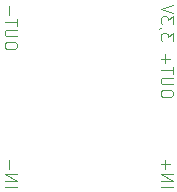
<source format=gbr>
%TF.GenerationSoftware,KiCad,Pcbnew,9.0.6*%
%TF.CreationDate,2025-12-01T16:28:18+01:00*%
%TF.ProjectId,Wavin-AHC-9000-mqtt,57617669-6e2d-4414-9843-2d393030302d,rev?*%
%TF.SameCoordinates,Original*%
%TF.FileFunction,Legend,Bot*%
%TF.FilePolarity,Positive*%
%FSLAX46Y46*%
G04 Gerber Fmt 4.6, Leading zero omitted, Abs format (unit mm)*
G04 Created by KiCad (PCBNEW 9.0.6) date 2025-12-01 16:28:18*
%MOMM*%
%LPD*%
G01*
G04 APERTURE LIST*
%ADD10C,0.100000*%
G04 APERTURE END LIST*
D10*
X146037580Y-121968115D02*
X147037580Y-121968115D01*
X146037580Y-121491925D02*
X147037580Y-121491925D01*
X147037580Y-121491925D02*
X146037580Y-120920497D01*
X146037580Y-120920497D02*
X147037580Y-120920497D01*
X146418533Y-120444306D02*
X146418533Y-119682402D01*
X146037580Y-120063354D02*
X146799485Y-120063354D01*
X132829580Y-121968115D02*
X133829580Y-121968115D01*
X132829580Y-121491925D02*
X133829580Y-121491925D01*
X133829580Y-121491925D02*
X132829580Y-120920497D01*
X132829580Y-120920497D02*
X133829580Y-120920497D01*
X133210533Y-120444306D02*
X133210533Y-119682402D01*
X133829580Y-110093639D02*
X133829580Y-109903163D01*
X133829580Y-109903163D02*
X133781961Y-109807925D01*
X133781961Y-109807925D02*
X133686723Y-109712687D01*
X133686723Y-109712687D02*
X133496247Y-109665068D01*
X133496247Y-109665068D02*
X133162914Y-109665068D01*
X133162914Y-109665068D02*
X132972438Y-109712687D01*
X132972438Y-109712687D02*
X132877200Y-109807925D01*
X132877200Y-109807925D02*
X132829580Y-109903163D01*
X132829580Y-109903163D02*
X132829580Y-110093639D01*
X132829580Y-110093639D02*
X132877200Y-110188877D01*
X132877200Y-110188877D02*
X132972438Y-110284115D01*
X132972438Y-110284115D02*
X133162914Y-110331734D01*
X133162914Y-110331734D02*
X133496247Y-110331734D01*
X133496247Y-110331734D02*
X133686723Y-110284115D01*
X133686723Y-110284115D02*
X133781961Y-110188877D01*
X133781961Y-110188877D02*
X133829580Y-110093639D01*
X133829580Y-109236496D02*
X133020057Y-109236496D01*
X133020057Y-109236496D02*
X132924819Y-109188877D01*
X132924819Y-109188877D02*
X132877200Y-109141258D01*
X132877200Y-109141258D02*
X132829580Y-109046020D01*
X132829580Y-109046020D02*
X132829580Y-108855544D01*
X132829580Y-108855544D02*
X132877200Y-108760306D01*
X132877200Y-108760306D02*
X132924819Y-108712687D01*
X132924819Y-108712687D02*
X133020057Y-108665068D01*
X133020057Y-108665068D02*
X133829580Y-108665068D01*
X133829580Y-108331734D02*
X133829580Y-107760306D01*
X132829580Y-108046020D02*
X133829580Y-108046020D01*
X133210533Y-107426972D02*
X133210533Y-106665068D01*
X147037580Y-114157639D02*
X147037580Y-113967163D01*
X147037580Y-113967163D02*
X146989961Y-113871925D01*
X146989961Y-113871925D02*
X146894723Y-113776687D01*
X146894723Y-113776687D02*
X146704247Y-113729068D01*
X146704247Y-113729068D02*
X146370914Y-113729068D01*
X146370914Y-113729068D02*
X146180438Y-113776687D01*
X146180438Y-113776687D02*
X146085200Y-113871925D01*
X146085200Y-113871925D02*
X146037580Y-113967163D01*
X146037580Y-113967163D02*
X146037580Y-114157639D01*
X146037580Y-114157639D02*
X146085200Y-114252877D01*
X146085200Y-114252877D02*
X146180438Y-114348115D01*
X146180438Y-114348115D02*
X146370914Y-114395734D01*
X146370914Y-114395734D02*
X146704247Y-114395734D01*
X146704247Y-114395734D02*
X146894723Y-114348115D01*
X146894723Y-114348115D02*
X146989961Y-114252877D01*
X146989961Y-114252877D02*
X147037580Y-114157639D01*
X147037580Y-113300496D02*
X146228057Y-113300496D01*
X146228057Y-113300496D02*
X146132819Y-113252877D01*
X146132819Y-113252877D02*
X146085200Y-113205258D01*
X146085200Y-113205258D02*
X146037580Y-113110020D01*
X146037580Y-113110020D02*
X146037580Y-112919544D01*
X146037580Y-112919544D02*
X146085200Y-112824306D01*
X146085200Y-112824306D02*
X146132819Y-112776687D01*
X146132819Y-112776687D02*
X146228057Y-112729068D01*
X146228057Y-112729068D02*
X147037580Y-112729068D01*
X147037580Y-112395734D02*
X147037580Y-111824306D01*
X146037580Y-112110020D02*
X147037580Y-112110020D01*
X146418533Y-111490972D02*
X146418533Y-110729068D01*
X146037580Y-111110020D02*
X146799485Y-111110020D01*
X147037580Y-109586210D02*
X147037580Y-108967163D01*
X147037580Y-108967163D02*
X146656628Y-109300496D01*
X146656628Y-109300496D02*
X146656628Y-109157639D01*
X146656628Y-109157639D02*
X146609009Y-109062401D01*
X146609009Y-109062401D02*
X146561390Y-109014782D01*
X146561390Y-109014782D02*
X146466152Y-108967163D01*
X146466152Y-108967163D02*
X146228057Y-108967163D01*
X146228057Y-108967163D02*
X146132819Y-109014782D01*
X146132819Y-109014782D02*
X146085200Y-109062401D01*
X146085200Y-109062401D02*
X146037580Y-109157639D01*
X146037580Y-109157639D02*
X146037580Y-109443353D01*
X146037580Y-109443353D02*
X146085200Y-109538591D01*
X146085200Y-109538591D02*
X146132819Y-109586210D01*
X146085200Y-108490972D02*
X146037580Y-108490972D01*
X146037580Y-108490972D02*
X145942342Y-108538591D01*
X145942342Y-108538591D02*
X145894723Y-108586210D01*
X147037580Y-108157639D02*
X147037580Y-107538592D01*
X147037580Y-107538592D02*
X146656628Y-107871925D01*
X146656628Y-107871925D02*
X146656628Y-107729068D01*
X146656628Y-107729068D02*
X146609009Y-107633830D01*
X146609009Y-107633830D02*
X146561390Y-107586211D01*
X146561390Y-107586211D02*
X146466152Y-107538592D01*
X146466152Y-107538592D02*
X146228057Y-107538592D01*
X146228057Y-107538592D02*
X146132819Y-107586211D01*
X146132819Y-107586211D02*
X146085200Y-107633830D01*
X146085200Y-107633830D02*
X146037580Y-107729068D01*
X146037580Y-107729068D02*
X146037580Y-108014782D01*
X146037580Y-108014782D02*
X146085200Y-108110020D01*
X146085200Y-108110020D02*
X146132819Y-108157639D01*
X147037580Y-107252877D02*
X146037580Y-106919544D01*
X146037580Y-106919544D02*
X147037580Y-106586211D01*
M02*

</source>
